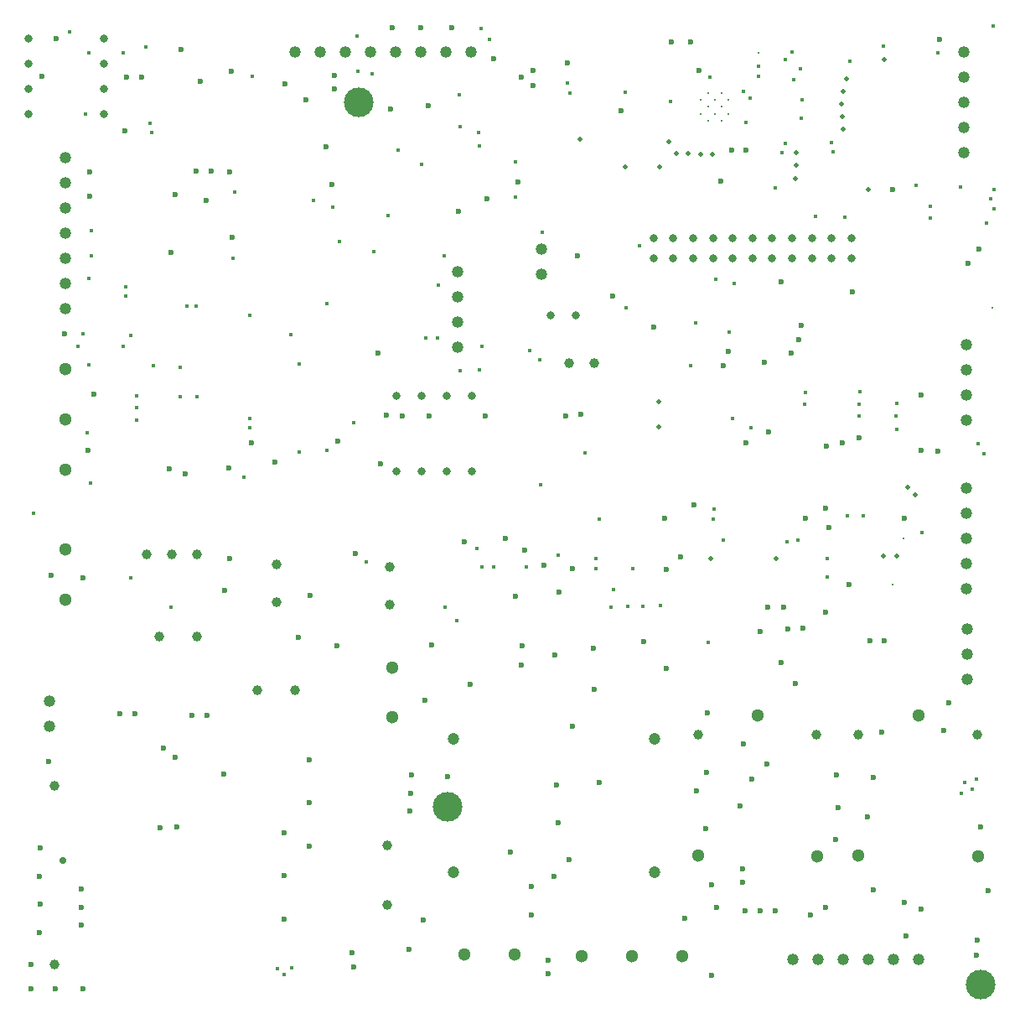
<source format=gbr>
%TF.GenerationSoftware,KiCad,Pcbnew,8.0.2-8.0.2-0~ubuntu22.04.1*%
%TF.CreationDate,2024-05-25T11:23:39+03:30*%
%TF.ProjectId,test,74657374-2e6b-4696-9361-645f70636258,rev?*%
%TF.SameCoordinates,Original*%
%TF.FileFunction,Plated,1,2,PTH,Drill*%
%TF.FilePolarity,Positive*%
%FSLAX46Y46*%
G04 Gerber Fmt 4.6, Leading zero omitted, Abs format (unit mm)*
G04 Created by KiCad (PCBNEW 8.0.2-8.0.2-0~ubuntu22.04.1) date 2024-05-25 11:23:39*
%MOMM*%
%LPD*%
G01*
G04 APERTURE LIST*
%TA.AperFunction,ComponentDrill*%
%ADD10C,0.200000*%
%TD*%
%TA.AperFunction,ViaDrill*%
%ADD11C,0.300000*%
%TD*%
%TA.AperFunction,ViaDrill*%
%ADD12C,0.400000*%
%TD*%
%TA.AperFunction,ViaDrill*%
%ADD13C,0.500000*%
%TD*%
%TA.AperFunction,ComponentDrill*%
%ADD14C,0.500000*%
%TD*%
%TA.AperFunction,ViaDrill*%
%ADD15C,0.600000*%
%TD*%
%TA.AperFunction,ComponentDrill*%
%ADD16C,0.600000*%
%TD*%
%TA.AperFunction,ViaDrill*%
%ADD17C,0.700000*%
%TD*%
%TA.AperFunction,ComponentDrill*%
%ADD18C,0.800000*%
%TD*%
%TA.AperFunction,ComponentDrill*%
%ADD19C,1.000000*%
%TD*%
%TA.AperFunction,ComponentDrill*%
%ADD20C,1.190000*%
%TD*%
%TA.AperFunction,ComponentDrill*%
%ADD21C,1.200000*%
%TD*%
%TA.AperFunction,ComponentDrill*%
%ADD22C,1.300000*%
%TD*%
%TA.AperFunction,ViaDrill*%
%ADD23C,3.000000*%
%TD*%
G04 APERTURE END LIST*
D10*
%TO.C,U1*%
X69460000Y-8230000D03*
X69460000Y-9630000D03*
X70160000Y-7530000D03*
X70160000Y-8930000D03*
X70160000Y-10330000D03*
X70860000Y-8230000D03*
X70860000Y-9630000D03*
X71560000Y-7530000D03*
X71560000Y-8930000D03*
X71560000Y-10330000D03*
X72260000Y-8230000D03*
X72260000Y-9630000D03*
%TD*%
D11*
X75300000Y-3480000D03*
X88820680Y-57161440D03*
X89900000Y-52540000D03*
X98890000Y-29230000D03*
D12*
X2040000Y-50000000D03*
X5690000Y-1360000D03*
X6530000Y-33080000D03*
X7010000Y-31830000D03*
X7240000Y-9650000D03*
X7480000Y-41870000D03*
X7650000Y-26250000D03*
X7650000Y-34980000D03*
X7660000Y-3470000D03*
X7790000Y-46880000D03*
X7840000Y-23950000D03*
X7880000Y-21440000D03*
X11050000Y-3480000D03*
X11090000Y-33140000D03*
X11340000Y-27090000D03*
X11340000Y-28070000D03*
X11830000Y-56530000D03*
X11860000Y-31990000D03*
X12440000Y-38120000D03*
X12440000Y-39260000D03*
X12470000Y-40610000D03*
X13380000Y-2870000D03*
X13820000Y-10600000D03*
X14000000Y-11530000D03*
X14125000Y-35075000D03*
X15910000Y-59490000D03*
X16810000Y-38230000D03*
X16820000Y-35240000D03*
X17500000Y-29050000D03*
X18430000Y-29040000D03*
X18520000Y-38220000D03*
X22150000Y-24240000D03*
X22320000Y-17540000D03*
X23290000Y-46320000D03*
X23870000Y-41340000D03*
X23890000Y-40370000D03*
X23900000Y-29980000D03*
X24090000Y-5850000D03*
X26630000Y-95920000D03*
X27370000Y-96500000D03*
X28060000Y-31940000D03*
X28120000Y-95820000D03*
X28890000Y-34900000D03*
X28890000Y-43800000D03*
X30307029Y-18397805D03*
X31690000Y-28780000D03*
X31700000Y-43640000D03*
X32220000Y-19100000D03*
X32910000Y-22510000D03*
X34360000Y-40830000D03*
X34710000Y-1800000D03*
X34800000Y-5310000D03*
X35620000Y-54850000D03*
X36240000Y-5570000D03*
X36380000Y-23570000D03*
X37860000Y-19880000D03*
X38830000Y-13320000D03*
X41220000Y-14770000D03*
X41660000Y-32240000D03*
X42840000Y-32270000D03*
X42900000Y-26930000D03*
X43480000Y-23940000D03*
X43620000Y-59460000D03*
X44830000Y-60820000D03*
X45020000Y-7690000D03*
X45120000Y-10910000D03*
X45120000Y-35560000D03*
X46810000Y-53490000D03*
X47030000Y-11500000D03*
X47040000Y-12890000D03*
X47100000Y-35490000D03*
X47240000Y-1000000D03*
X47290000Y-55400000D03*
X47340000Y-33140000D03*
X48080000Y-2140000D03*
X48530000Y-55390000D03*
X50700000Y-14530000D03*
X50730000Y-18050000D03*
X51820000Y-55390000D03*
X52140000Y-33550000D03*
X53180000Y-34450000D03*
X53230000Y-47110000D03*
X53440000Y-21580000D03*
X55050000Y-54170000D03*
X55940000Y-6520000D03*
X56220000Y-7520000D03*
X57770000Y-43840000D03*
X58810000Y-54510000D03*
X58850000Y-55600000D03*
X59140000Y-50540000D03*
X60400000Y-59430000D03*
X60600000Y-57640000D03*
X61810000Y-7500000D03*
X61890000Y-29190000D03*
X62070000Y-59390000D03*
X62530000Y-55600000D03*
X63220000Y-23000000D03*
X63580000Y-59360000D03*
X65390000Y-59290000D03*
X66360000Y-8390000D03*
X68390000Y-35060000D03*
X68960000Y-30780000D03*
X70170000Y-62970000D03*
X70380000Y-5970000D03*
X70670000Y-50550000D03*
X70800000Y-49550000D03*
X70950000Y-26350000D03*
X71720000Y-52660000D03*
X72280000Y-31640000D03*
X72650000Y-40430000D03*
X72830000Y-26730000D03*
X73720000Y-7370000D03*
X73970000Y-10520000D03*
X74460000Y-8020000D03*
X74500000Y-41300000D03*
X75230000Y-4870000D03*
X75230000Y-5850000D03*
X76920000Y-17140000D03*
X77640000Y-13580000D03*
X78000000Y-4190000D03*
X78010000Y-12590000D03*
X78110000Y-52880000D03*
X78620000Y-3430000D03*
X78860000Y-6220000D03*
X79220000Y-52690000D03*
X79470000Y-5060000D03*
X79570000Y-10050000D03*
X79690000Y-8230000D03*
X79930000Y-39000000D03*
X79980000Y-37790000D03*
X81020000Y-19960000D03*
X82200000Y-56370000D03*
X82240000Y-54500000D03*
X82650000Y-12510000D03*
X82800000Y-13510000D03*
X83990000Y-20070000D03*
X84240000Y-50260000D03*
X84460000Y-4300000D03*
X85400000Y-40150000D03*
X85440000Y-38940000D03*
X85500000Y-37710000D03*
X85890000Y-50260000D03*
X87920000Y-2790000D03*
X89190000Y-40140000D03*
X89200000Y-41530000D03*
X89210000Y-38860000D03*
X91160000Y-16900000D03*
X91820000Y-51900000D03*
X92630000Y-20130000D03*
X92660000Y-19010000D03*
X93410000Y-3480000D03*
X95700000Y-17060000D03*
X95750000Y-78230000D03*
X96080000Y-77140000D03*
X96890000Y-77860000D03*
X97310000Y-76800000D03*
X97420000Y-42920000D03*
X98060000Y-43920000D03*
X98340000Y-20650000D03*
X98750000Y-18180000D03*
X99000000Y-810000D03*
X99040000Y-19230000D03*
X99060000Y-17250000D03*
D13*
X57210000Y-12220000D03*
X61790000Y-15000000D03*
X65250000Y-15000000D03*
X66176898Y-12500000D03*
X66976898Y-13610000D03*
X68180000Y-13680000D03*
X69390529Y-13694292D03*
X70470000Y-54510000D03*
X70590000Y-13730000D03*
X77050000Y-54550000D03*
X79020000Y-16160000D03*
X79060000Y-13600000D03*
X79060000Y-14860000D03*
X83690000Y-8660000D03*
X83740000Y-9930000D03*
X83780000Y-7390000D03*
X83780000Y-11200000D03*
X84200000Y-6120000D03*
X86350000Y-17260000D03*
X87850000Y-54260000D03*
X87960000Y-4130000D03*
X89240000Y-54260000D03*
X90320000Y-47330000D03*
X91120000Y-48140000D03*
D14*
%TO.C,lse1*%
X65160000Y-38700000D03*
X65160000Y-41240000D03*
%TD*%
D15*
X1750000Y-95490000D03*
X1750000Y-97950000D03*
X2650000Y-86630000D03*
X2650000Y-92290000D03*
X2700000Y-83790000D03*
X2700000Y-89450000D03*
X2840000Y-5900000D03*
X3590000Y-75030000D03*
X3820000Y-56250000D03*
X4270000Y-97970000D03*
X4290000Y-2010000D03*
X5160000Y-31880000D03*
X6830000Y-87910000D03*
X6850000Y-89770000D03*
X6850000Y-91500000D03*
X7020000Y-56490000D03*
X7040000Y-97970000D03*
X7530000Y-43600000D03*
X7705803Y-15542581D03*
X7710000Y-17960000D03*
X8100000Y-37920000D03*
X11260000Y-11400000D03*
X11440000Y-5920000D03*
X12950000Y-5930000D03*
X14820000Y-81700000D03*
X15120000Y-73680000D03*
X15770000Y-45450000D03*
X15920000Y-23670000D03*
X16310000Y-74610000D03*
X16326141Y-17833859D03*
X16540000Y-81660000D03*
X16920000Y-3160000D03*
X17340000Y-46010000D03*
X18440000Y-15430000D03*
X18890000Y-6330000D03*
X19470000Y-18380000D03*
X19980000Y-15415002D03*
X21220000Y-76320000D03*
X21370000Y-57720000D03*
X21800000Y-45370000D03*
X21860000Y-54500000D03*
X21880000Y-15500000D03*
X22030000Y-5380000D03*
X22120000Y-22080000D03*
X24010000Y-42830000D03*
X26458248Y-44801752D03*
X27330000Y-82260000D03*
X27330000Y-86570000D03*
X27330000Y-90920000D03*
X27390000Y-6580000D03*
X28770000Y-62510000D03*
X29510000Y-8250000D03*
X29890000Y-74890000D03*
X29890000Y-79200000D03*
X29890000Y-83550000D03*
X29950000Y-58240000D03*
X31610000Y-13010000D03*
X32150000Y-16780000D03*
X32400000Y-5740000D03*
X32420000Y-7170000D03*
X32680000Y-63350000D03*
X32760000Y-42680000D03*
X34240000Y-94340000D03*
X34340000Y-95740000D03*
X34560000Y-54050000D03*
X36800000Y-33760000D03*
X37120000Y-44940000D03*
X37660000Y-40100000D03*
X38140000Y-9120000D03*
X38230000Y-920000D03*
X39290000Y-40130000D03*
X39940000Y-94020000D03*
X40070000Y-80050000D03*
X40140000Y-78210000D03*
X40240000Y-76360000D03*
X41170000Y-920000D03*
X41380000Y-91030000D03*
X41580000Y-68830000D03*
X41880000Y-8850000D03*
X41960000Y-40180000D03*
X42280000Y-63250000D03*
X43830000Y-76590000D03*
X44300000Y-920000D03*
X44933502Y-19460001D03*
X45510000Y-52890000D03*
X46140000Y-67280000D03*
X47670000Y-40170000D03*
X47870000Y-18200000D03*
X48490000Y-4100000D03*
X49740000Y-52490000D03*
X50220000Y-84140000D03*
X50720000Y-58370000D03*
X51000000Y-16500000D03*
X51270000Y-65300000D03*
X51300000Y-5910000D03*
X51430000Y-63350000D03*
X51610000Y-53680000D03*
X52290000Y-90560000D03*
X52330000Y-87680000D03*
X52480000Y-6820000D03*
X52500000Y-5280000D03*
X53610000Y-55210000D03*
X54000000Y-95090000D03*
X54040000Y-96470000D03*
X54580000Y-86600000D03*
X54670000Y-64260000D03*
X54840000Y-77420000D03*
X55030000Y-81170000D03*
X55150000Y-57940000D03*
X55760000Y-40110000D03*
X56000000Y-4500000D03*
X56130000Y-84900000D03*
X56450000Y-55590000D03*
X56500000Y-71500000D03*
X57000000Y-24000000D03*
X57360000Y-39960000D03*
X58560000Y-63640000D03*
X58690000Y-67750000D03*
X59140000Y-77170000D03*
X60500000Y-28000000D03*
X61360000Y-9290000D03*
X63690000Y-62900000D03*
X64653248Y-31183248D03*
X65800000Y-50440000D03*
X65924860Y-55674787D03*
X65990000Y-65600000D03*
X66490000Y-2370000D03*
X67410000Y-54370000D03*
X67850000Y-90860000D03*
X68440000Y-2350000D03*
X68740000Y-49090000D03*
X69040000Y-78030000D03*
X69274294Y-5250458D03*
X69920000Y-81770000D03*
X69990000Y-76130000D03*
X70110000Y-70120000D03*
X70540000Y-87450000D03*
X70540000Y-96600000D03*
X71010000Y-89730000D03*
X71500000Y-16450000D03*
X71700000Y-35080000D03*
X72230000Y-33600000D03*
X72560000Y-13300000D03*
X73400000Y-79500000D03*
X73640000Y-85830000D03*
X73640000Y-87260000D03*
X73780000Y-73270000D03*
X73930000Y-90080000D03*
X73980000Y-13280000D03*
X74000000Y-42880000D03*
X74620000Y-76800000D03*
X75430000Y-61890000D03*
X75460000Y-90120000D03*
X75830000Y-34690000D03*
X76130000Y-75270000D03*
X76180000Y-59450000D03*
X76270000Y-41730000D03*
X76990000Y-90120000D03*
X77560000Y-65050000D03*
X77570000Y-26560000D03*
X77830000Y-59450000D03*
X78200000Y-61630000D03*
X78610000Y-33820000D03*
X78980000Y-67120000D03*
X79300000Y-32410000D03*
X79590000Y-30990000D03*
X79790000Y-61610000D03*
X80000000Y-50500000D03*
X80560000Y-90530000D03*
X82000000Y-49500000D03*
X82000000Y-60000000D03*
X82080000Y-89730000D03*
X82140000Y-43220000D03*
X82350000Y-51440000D03*
X83090000Y-82870000D03*
X83160000Y-76400000D03*
X83290000Y-79660000D03*
X83710000Y-42850000D03*
X84433248Y-57203248D03*
X84760000Y-27640000D03*
X85430000Y-42380000D03*
X86260000Y-80650000D03*
X86490000Y-62870000D03*
X86890000Y-76620000D03*
X86900000Y-87980000D03*
X87740000Y-72040000D03*
X87940000Y-62850000D03*
X88838248Y-17298248D03*
X89980000Y-50500000D03*
X90040000Y-89250000D03*
X90180000Y-92680000D03*
X91690000Y-43650000D03*
X91720000Y-89960000D03*
X91730000Y-38040000D03*
X93350000Y-43680000D03*
X93530000Y-2100000D03*
X93940000Y-71890000D03*
X94480000Y-69120000D03*
X96460000Y-24710000D03*
X97320000Y-94560000D03*
X97330000Y-93060000D03*
X97560000Y-23260000D03*
X97710000Y-81630000D03*
X98470000Y-88110000D03*
D16*
%TO.C,C1*%
X10770000Y-70230000D03*
X12270000Y-70230000D03*
%TO.C,C2*%
X18040000Y-70390000D03*
X19540000Y-70390000D03*
%TD*%
D17*
X5000000Y-85000000D03*
D18*
%TO.C,HS1*%
X1500000Y-2090000D03*
X1500000Y-4630000D03*
X1500000Y-7170000D03*
X1500000Y-9710000D03*
X9120000Y-2090000D03*
X9120000Y-4630000D03*
X9120000Y-7170000D03*
X9120000Y-9710000D03*
%TO.C,HS2*%
X38690000Y-38132500D03*
X38690000Y-45752500D03*
X41230000Y-38132500D03*
X41230000Y-45752500D03*
X43770000Y-38132500D03*
X43770000Y-45752500D03*
X46310000Y-38132500D03*
X46310000Y-45752500D03*
%TO.C,IO3S*%
X54250000Y-30000000D03*
X56790000Y-30000000D03*
%TO.C,espio1*%
X64660000Y-22210000D03*
X64660000Y-24210000D03*
X66660000Y-22210000D03*
X66660000Y-24210000D03*
X68660000Y-22210000D03*
X68660000Y-24210000D03*
X70660000Y-22210000D03*
X70660000Y-24210000D03*
X72660000Y-22210000D03*
X72660000Y-24210000D03*
X74660000Y-22210000D03*
X74660000Y-24210000D03*
X76660000Y-22210000D03*
X76660000Y-24210000D03*
X78660000Y-22210000D03*
X78660000Y-24210000D03*
X80660000Y-22210000D03*
X80660000Y-24210000D03*
X82660000Y-22210000D03*
X82660000Y-24210000D03*
X84660000Y-22210000D03*
X84660000Y-24210000D03*
D19*
%TO.C,PS1*%
X4157500Y-77487500D03*
X4157500Y-95487500D03*
%TO.C,pwrsel*%
X13495000Y-54150000D03*
%TO.C,crs2*%
X14730000Y-62380000D03*
%TO.C,pwrsel*%
X16035000Y-54150000D03*
%TO.C,crs2*%
X18530000Y-62380000D03*
%TO.C,pwrsel*%
X18575000Y-54150000D03*
%TO.C,crs1*%
X24670000Y-67850000D03*
%TO.C,cr3*%
X26550000Y-55165354D03*
X26550000Y-58965354D03*
%TO.C,crs1*%
X28470000Y-67850000D03*
%TO.C,PS1*%
X37757500Y-83487500D03*
X37757500Y-89487500D03*
%TO.C,cr2*%
X37980000Y-55430000D03*
X37980000Y-59230000D03*
%TO.C,mcur1*%
X56125000Y-34820000D03*
X58665000Y-34820000D03*
%TO.C,relay2*%
X69140000Y-72310000D03*
X81140000Y-72310000D03*
%TO.C,relay1*%
X85370000Y-72320000D03*
X97370000Y-72320000D03*
D20*
%TO.C,24in*%
X3680000Y-68950000D03*
X3680000Y-71490000D03*
%TO.C,DIN*%
X5250000Y-14100000D03*
X5250000Y-16640000D03*
X5250000Y-19180000D03*
X5250000Y-21720000D03*
X5250000Y-24260000D03*
X5250000Y-26800000D03*
X5250000Y-29340000D03*
%TO.C,DDO1*%
X28440000Y-3380000D03*
X30980000Y-3380000D03*
X33520000Y-3380000D03*
X36060000Y-3380000D03*
X38600000Y-3380000D03*
X41140000Y-3380000D03*
X43680000Y-3380000D03*
%TO.C,iso5*%
X44900000Y-25560000D03*
X44900000Y-28100000D03*
X44900000Y-30640000D03*
X44900000Y-33180000D03*
%TO.C,DDO1*%
X46220000Y-3380000D03*
%TO.C,usb1*%
X53360000Y-23300000D03*
X53360000Y-25840000D03*
%TO.C,Relay Out*%
X78700000Y-95000000D03*
X81240000Y-95000000D03*
X83780000Y-95000000D03*
X86320000Y-95000000D03*
X88860000Y-95000000D03*
X91400000Y-95000000D03*
%TO.C,eprg1*%
X96000000Y-3420000D03*
X96000000Y-5960000D03*
X96000000Y-8500000D03*
X96000000Y-11040000D03*
X96000000Y-13580000D03*
%TO.C,OLED1*%
X96270000Y-32950000D03*
X96270000Y-35490000D03*
X96270000Y-38030000D03*
X96270000Y-40570000D03*
%TO.C,stprg*%
X96290000Y-47440000D03*
X96290000Y-49980000D03*
X96290000Y-52520000D03*
X96290000Y-55060000D03*
X96290000Y-57600000D03*
%TO.C,AIN1*%
X96330000Y-61670000D03*
X96330000Y-64210000D03*
X96330000Y-66750000D03*
D21*
%TO.C,rb2*%
X44480000Y-72770000D03*
%TO.C,rb1*%
X44480000Y-86220000D03*
%TO.C,rb2*%
X64800000Y-72770000D03*
%TO.C,rb1*%
X64800000Y-86220000D03*
D22*
%TO.C,thermo*%
X5270000Y-53580000D03*
X5270000Y-58660000D03*
%TO.C,modbus*%
X5290000Y-35410000D03*
X5290000Y-40490000D03*
X5290000Y-45570000D03*
%TO.C,L24*%
X38240000Y-65520000D03*
X38240000Y-70520000D03*
%TO.C,acin1*%
X45565000Y-94475000D03*
X50645000Y-94475000D03*
%TO.C,220in1*%
X57400000Y-94650000D03*
X62480000Y-94650000D03*
X67560000Y-94650000D03*
%TO.C,relay2*%
X69140000Y-84510000D03*
X75190000Y-70360000D03*
X81190000Y-84560000D03*
%TO.C,relay1*%
X85370000Y-84520000D03*
X91420000Y-70370000D03*
X97420000Y-84570000D03*
%TD*%
D23*
X34850000Y-8480000D03*
X43830000Y-79580000D03*
X97680000Y-97570000D03*
M02*

</source>
